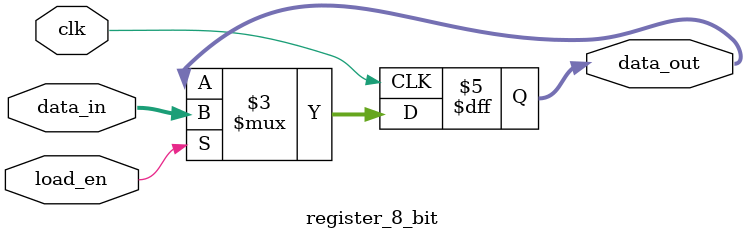
<source format=v>
module register_8_bit(load_en, clk, data_in, data_out);
  /*****register_16_bit Interface *******/
  input wire load_en , clk ;
  input wire [7:0] data_in;
  output reg [7:0] data_out;
  /**************************************/
  
  always@(posedge clk)
  begin 
    if(load_en)
      data_out <= data_in;
    else
      data_out <= data_out;
  end

endmodule

</source>
